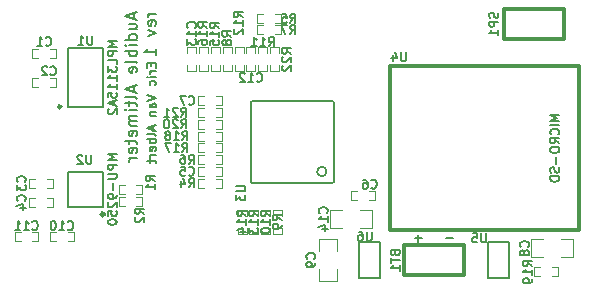
<source format=gbo>
G04 (created by PCBNEW (2013-mar-13)-testing) date Mon 25 May 2015 11:56:23 PM EDT*
%MOIN*%
G04 Gerber Fmt 3.4, Leading zero omitted, Abs format*
%FSLAX34Y34*%
G01*
G70*
G90*
G04 APERTURE LIST*
%ADD10C,0.005906*%
%ADD11C,0.005118*%
%ADD12C,0.007874*%
%ADD13C,0.011811*%
%ADD14C,0.003900*%
%ADD15C,0.005000*%
%ADD16C,0.012000*%
%ADD17C,0.002800*%
%ADD18C,0.008000*%
G04 APERTURE END LIST*
G54D10*
G54D11*
X32695Y-45602D02*
X32695Y-45702D01*
X32852Y-45745D02*
X32852Y-45602D01*
X32552Y-45602D01*
X32552Y-45745D01*
X32852Y-45874D02*
X32652Y-45874D01*
X32709Y-45874D02*
X32680Y-45888D01*
X32666Y-45902D01*
X32652Y-45931D01*
X32652Y-45960D01*
X32852Y-46060D02*
X32652Y-46060D01*
X32552Y-46060D02*
X32566Y-46045D01*
X32580Y-46060D01*
X32566Y-46074D01*
X32552Y-46060D01*
X32580Y-46060D01*
X32837Y-46331D02*
X32852Y-46302D01*
X32852Y-46245D01*
X32837Y-46217D01*
X32823Y-46202D01*
X32795Y-46188D01*
X32709Y-46188D01*
X32680Y-46202D01*
X32666Y-46217D01*
X32652Y-46245D01*
X32652Y-46302D01*
X32666Y-46331D01*
X32552Y-46645D02*
X32852Y-46745D01*
X32552Y-46845D01*
X32852Y-47074D02*
X32695Y-47074D01*
X32666Y-47060D01*
X32652Y-47031D01*
X32652Y-46974D01*
X32666Y-46945D01*
X32837Y-47074D02*
X32852Y-47045D01*
X32852Y-46974D01*
X32837Y-46945D01*
X32809Y-46931D01*
X32780Y-46931D01*
X32752Y-46945D01*
X32737Y-46974D01*
X32737Y-47045D01*
X32723Y-47074D01*
X32652Y-47217D02*
X32852Y-47217D01*
X32680Y-47217D02*
X32666Y-47231D01*
X32652Y-47260D01*
X32652Y-47302D01*
X32666Y-47331D01*
X32695Y-47345D01*
X32852Y-47345D01*
X32766Y-47702D02*
X32766Y-47845D01*
X32852Y-47674D02*
X32552Y-47774D01*
X32852Y-47874D01*
X32852Y-48017D02*
X32837Y-47988D01*
X32809Y-47974D01*
X32552Y-47974D01*
X32852Y-48131D02*
X32552Y-48131D01*
X32666Y-48131D02*
X32652Y-48160D01*
X32652Y-48217D01*
X32666Y-48245D01*
X32680Y-48260D01*
X32709Y-48274D01*
X32795Y-48274D01*
X32823Y-48260D01*
X32837Y-48245D01*
X32852Y-48217D01*
X32852Y-48160D01*
X32837Y-48131D01*
X32837Y-48517D02*
X32852Y-48488D01*
X32852Y-48431D01*
X32837Y-48402D01*
X32809Y-48388D01*
X32695Y-48388D01*
X32666Y-48402D01*
X32652Y-48431D01*
X32652Y-48488D01*
X32666Y-48517D01*
X32695Y-48531D01*
X32723Y-48531D01*
X32752Y-48388D01*
X32852Y-48660D02*
X32652Y-48660D01*
X32709Y-48660D02*
X32680Y-48674D01*
X32666Y-48688D01*
X32652Y-48717D01*
X32652Y-48745D01*
X32652Y-48802D02*
X32652Y-48917D01*
X32552Y-48845D02*
X32809Y-48845D01*
X32837Y-48860D01*
X32852Y-48888D01*
X32852Y-48917D01*
G54D12*
X32112Y-43933D02*
X32112Y-44120D01*
X32225Y-43895D02*
X31831Y-44026D01*
X32225Y-44158D01*
X31962Y-44458D02*
X32225Y-44458D01*
X31962Y-44289D02*
X32169Y-44289D01*
X32206Y-44308D01*
X32225Y-44345D01*
X32225Y-44401D01*
X32206Y-44439D01*
X32187Y-44458D01*
X32225Y-44814D02*
X31831Y-44814D01*
X32206Y-44814D02*
X32225Y-44776D01*
X32225Y-44701D01*
X32206Y-44664D01*
X32187Y-44645D01*
X32150Y-44626D01*
X32037Y-44626D01*
X32000Y-44645D01*
X31981Y-44664D01*
X31962Y-44701D01*
X31962Y-44776D01*
X31981Y-44814D01*
X32225Y-45001D02*
X31962Y-45001D01*
X31831Y-45001D02*
X31850Y-44983D01*
X31869Y-45001D01*
X31850Y-45020D01*
X31831Y-45001D01*
X31869Y-45001D01*
X32225Y-45189D02*
X31831Y-45189D01*
X31981Y-45189D02*
X31962Y-45226D01*
X31962Y-45301D01*
X31981Y-45339D01*
X32000Y-45358D01*
X32037Y-45376D01*
X32150Y-45376D01*
X32187Y-45358D01*
X32206Y-45339D01*
X32225Y-45301D01*
X32225Y-45226D01*
X32206Y-45189D01*
X32225Y-45601D02*
X32206Y-45564D01*
X32169Y-45545D01*
X31831Y-45545D01*
X32206Y-45901D02*
X32225Y-45864D01*
X32225Y-45789D01*
X32206Y-45751D01*
X32169Y-45733D01*
X32019Y-45733D01*
X31981Y-45751D01*
X31962Y-45789D01*
X31962Y-45864D01*
X31981Y-45901D01*
X32019Y-45920D01*
X32056Y-45920D01*
X32094Y-45733D01*
X32112Y-46370D02*
X32112Y-46557D01*
X32225Y-46332D02*
X31831Y-46464D01*
X32225Y-46595D01*
X32225Y-46782D02*
X32206Y-46745D01*
X32169Y-46726D01*
X31831Y-46726D01*
X31962Y-46876D02*
X31962Y-47026D01*
X31831Y-46932D02*
X32169Y-46932D01*
X32206Y-46951D01*
X32225Y-46989D01*
X32225Y-47026D01*
X32225Y-47157D02*
X31962Y-47157D01*
X31831Y-47157D02*
X31850Y-47139D01*
X31869Y-47157D01*
X31850Y-47176D01*
X31831Y-47157D01*
X31869Y-47157D01*
X32225Y-47345D02*
X31962Y-47345D01*
X32000Y-47345D02*
X31981Y-47364D01*
X31962Y-47401D01*
X31962Y-47457D01*
X31981Y-47495D01*
X32019Y-47514D01*
X32225Y-47514D01*
X32019Y-47514D02*
X31981Y-47532D01*
X31962Y-47570D01*
X31962Y-47626D01*
X31981Y-47664D01*
X32019Y-47682D01*
X32225Y-47682D01*
X32206Y-48020D02*
X32225Y-47982D01*
X32225Y-47907D01*
X32206Y-47870D01*
X32169Y-47851D01*
X32019Y-47851D01*
X31981Y-47870D01*
X31962Y-47907D01*
X31962Y-47982D01*
X31981Y-48020D01*
X32019Y-48038D01*
X32056Y-48038D01*
X32094Y-47851D01*
X31962Y-48151D02*
X31962Y-48301D01*
X31831Y-48207D02*
X32169Y-48207D01*
X32206Y-48226D01*
X32225Y-48263D01*
X32225Y-48301D01*
X32206Y-48582D02*
X32225Y-48545D01*
X32225Y-48470D01*
X32206Y-48432D01*
X32169Y-48413D01*
X32019Y-48413D01*
X31981Y-48432D01*
X31962Y-48470D01*
X31962Y-48545D01*
X31981Y-48582D01*
X32019Y-48601D01*
X32056Y-48601D01*
X32094Y-48413D01*
X32225Y-48770D02*
X31962Y-48770D01*
X32037Y-48770D02*
X32000Y-48788D01*
X31981Y-48807D01*
X31962Y-48845D01*
X31962Y-48882D01*
X32855Y-43952D02*
X32592Y-43952D01*
X32667Y-43952D02*
X32630Y-43970D01*
X32611Y-43989D01*
X32592Y-44026D01*
X32592Y-44064D01*
X32836Y-44345D02*
X32855Y-44308D01*
X32855Y-44233D01*
X32836Y-44195D01*
X32799Y-44176D01*
X32649Y-44176D01*
X32611Y-44195D01*
X32592Y-44233D01*
X32592Y-44308D01*
X32611Y-44345D01*
X32649Y-44364D01*
X32686Y-44364D01*
X32724Y-44176D01*
X32592Y-44495D02*
X32855Y-44589D01*
X32592Y-44683D01*
X32855Y-45339D02*
X32855Y-45114D01*
X32855Y-45226D02*
X32461Y-45226D01*
X32517Y-45189D01*
X32555Y-45151D01*
X32574Y-45114D01*
G54D11*
X42752Y-51438D02*
X42523Y-51438D01*
X41708Y-51438D02*
X41480Y-51438D01*
X41594Y-51553D02*
X41594Y-51324D01*
G54D13*
X29685Y-47047D02*
G75*
G03X29685Y-47047I-39J0D01*
G74*
G01*
G54D10*
X29921Y-47047D02*
X31102Y-47047D01*
X31102Y-47047D02*
X31102Y-45078D01*
X31102Y-45078D02*
X29921Y-45078D01*
X29921Y-45078D02*
X29921Y-47047D01*
G54D14*
X39668Y-51087D02*
X40068Y-51087D01*
X40068Y-51087D02*
X40068Y-50487D01*
X40068Y-50487D02*
X39668Y-50487D01*
X39071Y-50487D02*
X38671Y-50487D01*
X38671Y-50487D02*
X38671Y-51087D01*
X38671Y-51087D02*
X39071Y-51087D01*
X38882Y-51866D02*
X38882Y-51466D01*
X38882Y-51466D02*
X38282Y-51466D01*
X38282Y-51466D02*
X38282Y-51866D01*
X38282Y-52463D02*
X38282Y-52863D01*
X38282Y-52863D02*
X38882Y-52863D01*
X38882Y-52863D02*
X38882Y-52463D01*
X45764Y-51471D02*
X45364Y-51471D01*
X45364Y-51471D02*
X45364Y-52071D01*
X45364Y-52071D02*
X45764Y-52071D01*
X46361Y-52071D02*
X46761Y-52071D01*
X46761Y-52071D02*
X46761Y-51471D01*
X46761Y-51471D02*
X46361Y-51471D01*
G54D15*
X44641Y-51565D02*
X43941Y-51565D01*
X43941Y-51565D02*
X43941Y-52765D01*
X43941Y-52765D02*
X44641Y-52765D01*
X44641Y-52765D02*
X44641Y-51565D01*
X39610Y-52765D02*
X40310Y-52765D01*
X40310Y-52765D02*
X40310Y-51565D01*
X40310Y-51565D02*
X39610Y-51565D01*
X39610Y-51565D02*
X39610Y-52765D01*
G54D16*
X44472Y-43791D02*
X44472Y-44791D01*
X44472Y-44791D02*
X46472Y-44791D01*
X46472Y-44791D02*
X46472Y-43791D01*
X46472Y-43791D02*
X44472Y-43791D01*
G54D13*
X40649Y-45698D02*
X40649Y-51151D01*
X40649Y-51151D02*
X46948Y-51151D01*
X46948Y-51151D02*
X46948Y-45698D01*
X46948Y-45698D02*
X40649Y-45698D01*
G54D16*
X41125Y-51665D02*
X41125Y-52665D01*
X41125Y-52665D02*
X43125Y-52665D01*
X43125Y-52665D02*
X43125Y-51665D01*
X43125Y-51665D02*
X41125Y-51665D01*
G54D17*
X29332Y-45125D02*
X29532Y-45125D01*
X29532Y-45125D02*
X29532Y-45425D01*
X29532Y-45425D02*
X29332Y-45425D01*
X28935Y-45125D02*
X28735Y-45125D01*
X28735Y-45125D02*
X28735Y-45425D01*
X28735Y-45425D02*
X28935Y-45425D01*
X29332Y-46109D02*
X29532Y-46109D01*
X29532Y-46109D02*
X29532Y-46409D01*
X29532Y-46409D02*
X29332Y-46409D01*
X28935Y-46109D02*
X28735Y-46109D01*
X28735Y-46109D02*
X28735Y-46409D01*
X28735Y-46409D02*
X28935Y-46409D01*
X29214Y-49456D02*
X29414Y-49456D01*
X29414Y-49456D02*
X29414Y-49756D01*
X29414Y-49756D02*
X29214Y-49756D01*
X28817Y-49456D02*
X28617Y-49456D01*
X28617Y-49456D02*
X28617Y-49756D01*
X28617Y-49756D02*
X28817Y-49756D01*
X29214Y-50086D02*
X29414Y-50086D01*
X29414Y-50086D02*
X29414Y-50386D01*
X29414Y-50386D02*
X29214Y-50386D01*
X28817Y-50086D02*
X28617Y-50086D01*
X28617Y-50086D02*
X28617Y-50386D01*
X28617Y-50386D02*
X28817Y-50386D01*
X34844Y-49062D02*
X35044Y-49062D01*
X35044Y-49062D02*
X35044Y-49362D01*
X35044Y-49362D02*
X34844Y-49362D01*
X34447Y-49062D02*
X34247Y-49062D01*
X34247Y-49062D02*
X34247Y-49362D01*
X34247Y-49362D02*
X34447Y-49362D01*
X39565Y-50150D02*
X39365Y-50150D01*
X39365Y-50150D02*
X39365Y-49850D01*
X39365Y-49850D02*
X39565Y-49850D01*
X39962Y-50150D02*
X40162Y-50150D01*
X40162Y-50150D02*
X40162Y-49850D01*
X40162Y-49850D02*
X39962Y-49850D01*
X34447Y-47000D02*
X34247Y-47000D01*
X34247Y-47000D02*
X34247Y-46700D01*
X34247Y-46700D02*
X34447Y-46700D01*
X34844Y-47000D02*
X35044Y-47000D01*
X35044Y-47000D02*
X35044Y-46700D01*
X35044Y-46700D02*
X34844Y-46700D01*
X29922Y-51227D02*
X30122Y-51227D01*
X30122Y-51227D02*
X30122Y-51527D01*
X30122Y-51527D02*
X29922Y-51527D01*
X29525Y-51227D02*
X29325Y-51227D01*
X29325Y-51227D02*
X29325Y-51527D01*
X29325Y-51527D02*
X29525Y-51527D01*
X28344Y-51527D02*
X28144Y-51527D01*
X28144Y-51527D02*
X28144Y-51227D01*
X28144Y-51227D02*
X28344Y-51227D01*
X28741Y-51527D02*
X28941Y-51527D01*
X28941Y-51527D02*
X28941Y-51227D01*
X28941Y-51227D02*
X28741Y-51227D01*
X36173Y-45670D02*
X36173Y-45870D01*
X36173Y-45870D02*
X35873Y-45870D01*
X35873Y-45870D02*
X35873Y-45670D01*
X36173Y-45274D02*
X36173Y-45074D01*
X36173Y-45074D02*
X35873Y-45074D01*
X35873Y-45074D02*
X35873Y-45274D01*
X34205Y-45670D02*
X34205Y-45870D01*
X34205Y-45870D02*
X33905Y-45870D01*
X33905Y-45870D02*
X33905Y-45670D01*
X34205Y-45274D02*
X34205Y-45074D01*
X34205Y-45074D02*
X33905Y-45074D01*
X33905Y-45074D02*
X33905Y-45274D01*
X32206Y-49653D02*
X32406Y-49653D01*
X32406Y-49653D02*
X32406Y-49953D01*
X32406Y-49953D02*
X32206Y-49953D01*
X31809Y-49653D02*
X31609Y-49653D01*
X31609Y-49653D02*
X31609Y-49953D01*
X31609Y-49953D02*
X31809Y-49953D01*
X32206Y-50046D02*
X32406Y-50046D01*
X32406Y-50046D02*
X32406Y-50346D01*
X32406Y-50346D02*
X32206Y-50346D01*
X31809Y-50046D02*
X31609Y-50046D01*
X31609Y-50046D02*
X31609Y-50346D01*
X31609Y-50346D02*
X31809Y-50346D01*
X34447Y-49756D02*
X34247Y-49756D01*
X34247Y-49756D02*
X34247Y-49456D01*
X34247Y-49456D02*
X34447Y-49456D01*
X34844Y-49756D02*
X35044Y-49756D01*
X35044Y-49756D02*
X35044Y-49456D01*
X35044Y-49456D02*
X34844Y-49456D01*
X36812Y-43944D02*
X37012Y-43944D01*
X37012Y-43944D02*
X37012Y-44244D01*
X37012Y-44244D02*
X36812Y-44244D01*
X36415Y-43944D02*
X36215Y-43944D01*
X36215Y-43944D02*
X36215Y-44244D01*
X36215Y-44244D02*
X36415Y-44244D01*
X34447Y-48968D02*
X34247Y-48968D01*
X34247Y-48968D02*
X34247Y-48668D01*
X34247Y-48668D02*
X34447Y-48668D01*
X34844Y-48968D02*
X35044Y-48968D01*
X35044Y-48968D02*
X35044Y-48668D01*
X35044Y-48668D02*
X34844Y-48668D01*
X36812Y-44338D02*
X37012Y-44338D01*
X37012Y-44338D02*
X37012Y-44638D01*
X37012Y-44638D02*
X36812Y-44638D01*
X36415Y-44338D02*
X36215Y-44338D01*
X36215Y-44338D02*
X36215Y-44638D01*
X36215Y-44638D02*
X36415Y-44638D01*
X35086Y-45274D02*
X35086Y-45074D01*
X35086Y-45074D02*
X35386Y-45074D01*
X35386Y-45074D02*
X35386Y-45274D01*
X35086Y-45670D02*
X35086Y-45870D01*
X35086Y-45870D02*
X35386Y-45870D01*
X35386Y-45870D02*
X35386Y-45670D01*
X36759Y-50687D02*
X36759Y-50487D01*
X36759Y-50487D02*
X37059Y-50487D01*
X37059Y-50487D02*
X37059Y-50687D01*
X36759Y-51084D02*
X36759Y-51284D01*
X36759Y-51284D02*
X37059Y-51284D01*
X37059Y-51284D02*
X37059Y-51084D01*
X36365Y-50687D02*
X36365Y-50487D01*
X36365Y-50487D02*
X36665Y-50487D01*
X36665Y-50487D02*
X36665Y-50687D01*
X36365Y-51084D02*
X36365Y-51284D01*
X36365Y-51284D02*
X36665Y-51284D01*
X36665Y-51284D02*
X36665Y-51084D01*
X36267Y-45274D02*
X36267Y-45074D01*
X36267Y-45074D02*
X36567Y-45074D01*
X36567Y-45074D02*
X36567Y-45274D01*
X36267Y-45670D02*
X36267Y-45870D01*
X36267Y-45870D02*
X36567Y-45870D01*
X36567Y-45870D02*
X36567Y-45670D01*
X35479Y-45274D02*
X35479Y-45074D01*
X35479Y-45074D02*
X35779Y-45074D01*
X35779Y-45074D02*
X35779Y-45274D01*
X35479Y-45670D02*
X35479Y-45870D01*
X35479Y-45870D02*
X35779Y-45870D01*
X35779Y-45870D02*
X35779Y-45670D01*
X35972Y-50687D02*
X35972Y-50487D01*
X35972Y-50487D02*
X36272Y-50487D01*
X36272Y-50487D02*
X36272Y-50687D01*
X35972Y-51084D02*
X35972Y-51284D01*
X35972Y-51284D02*
X36272Y-51284D01*
X36272Y-51284D02*
X36272Y-51084D01*
X35578Y-50687D02*
X35578Y-50487D01*
X35578Y-50487D02*
X35878Y-50487D01*
X35878Y-50487D02*
X35878Y-50687D01*
X35578Y-51084D02*
X35578Y-51284D01*
X35578Y-51284D02*
X35878Y-51284D01*
X35878Y-51284D02*
X35878Y-51084D01*
X34692Y-45274D02*
X34692Y-45074D01*
X34692Y-45074D02*
X34992Y-45074D01*
X34992Y-45074D02*
X34992Y-45274D01*
X34692Y-45670D02*
X34692Y-45870D01*
X34692Y-45870D02*
X34992Y-45870D01*
X34992Y-45870D02*
X34992Y-45670D01*
X34298Y-45274D02*
X34298Y-45074D01*
X34298Y-45074D02*
X34598Y-45074D01*
X34598Y-45074D02*
X34598Y-45274D01*
X34298Y-45670D02*
X34298Y-45870D01*
X34298Y-45870D02*
X34598Y-45870D01*
X34598Y-45870D02*
X34598Y-45670D01*
X34844Y-48275D02*
X35044Y-48275D01*
X35044Y-48275D02*
X35044Y-48575D01*
X35044Y-48575D02*
X34844Y-48575D01*
X34447Y-48275D02*
X34247Y-48275D01*
X34247Y-48275D02*
X34247Y-48575D01*
X34247Y-48575D02*
X34447Y-48575D01*
X34844Y-47881D02*
X35044Y-47881D01*
X35044Y-47881D02*
X35044Y-48181D01*
X35044Y-48181D02*
X34844Y-48181D01*
X34447Y-47881D02*
X34247Y-47881D01*
X34247Y-47881D02*
X34247Y-48181D01*
X34247Y-48181D02*
X34447Y-48181D01*
X45667Y-52709D02*
X45467Y-52709D01*
X45467Y-52709D02*
X45467Y-52409D01*
X45467Y-52409D02*
X45667Y-52409D01*
X46064Y-52709D02*
X46264Y-52709D01*
X46264Y-52709D02*
X46264Y-52409D01*
X46264Y-52409D02*
X46064Y-52409D01*
X34844Y-47487D02*
X35044Y-47487D01*
X35044Y-47487D02*
X35044Y-47787D01*
X35044Y-47787D02*
X34844Y-47787D01*
X34447Y-47487D02*
X34247Y-47487D01*
X34247Y-47487D02*
X34247Y-47787D01*
X34247Y-47787D02*
X34447Y-47787D01*
X34844Y-47094D02*
X35044Y-47094D01*
X35044Y-47094D02*
X35044Y-47394D01*
X35044Y-47394D02*
X34844Y-47394D01*
X34447Y-47094D02*
X34247Y-47094D01*
X34247Y-47094D02*
X34247Y-47394D01*
X34247Y-47394D02*
X34447Y-47394D01*
G54D18*
X36023Y-49567D02*
X36062Y-49606D01*
X38542Y-49212D02*
G75*
G03X38542Y-49212I-157J0D01*
G74*
G01*
X36062Y-49606D02*
X38740Y-49606D01*
X38740Y-49606D02*
X38779Y-49567D01*
X38779Y-49567D02*
X38779Y-46889D01*
X38779Y-46889D02*
X38740Y-46850D01*
X38740Y-46850D02*
X36062Y-46850D01*
X36062Y-46850D02*
X36023Y-46889D01*
X36023Y-46889D02*
X36023Y-49567D01*
G54D13*
X31138Y-50629D02*
G75*
G03X31138Y-50629I-55J0D01*
G74*
G01*
G54D10*
X31102Y-49212D02*
X29921Y-49212D01*
X29921Y-49212D02*
X29921Y-50393D01*
X29921Y-50393D02*
X31102Y-50393D01*
X31102Y-50393D02*
X31102Y-49212D01*
G54D17*
X36961Y-45670D02*
X36961Y-45870D01*
X36961Y-45870D02*
X36661Y-45870D01*
X36661Y-45870D02*
X36661Y-45670D01*
X36961Y-45274D02*
X36961Y-45074D01*
X36961Y-45074D02*
X36661Y-45074D01*
X36661Y-45074D02*
X36661Y-45274D01*
G54D11*
X30740Y-44678D02*
X30740Y-44921D01*
X30726Y-44949D01*
X30711Y-44963D01*
X30683Y-44978D01*
X30626Y-44978D01*
X30597Y-44963D01*
X30583Y-44949D01*
X30568Y-44921D01*
X30568Y-44678D01*
X30268Y-44978D02*
X30440Y-44978D01*
X30354Y-44978D02*
X30354Y-44678D01*
X30383Y-44721D01*
X30411Y-44749D01*
X30440Y-44763D01*
X31553Y-44848D02*
X31253Y-44848D01*
X31467Y-44948D01*
X31253Y-45048D01*
X31553Y-45048D01*
X31553Y-45191D02*
X31253Y-45191D01*
X31253Y-45305D01*
X31267Y-45334D01*
X31281Y-45348D01*
X31310Y-45362D01*
X31353Y-45362D01*
X31381Y-45348D01*
X31395Y-45334D01*
X31410Y-45305D01*
X31410Y-45191D01*
X31553Y-45634D02*
X31553Y-45491D01*
X31253Y-45491D01*
X31253Y-45705D02*
X31253Y-45891D01*
X31367Y-45791D01*
X31367Y-45834D01*
X31381Y-45862D01*
X31395Y-45877D01*
X31424Y-45891D01*
X31495Y-45891D01*
X31524Y-45877D01*
X31538Y-45862D01*
X31553Y-45834D01*
X31553Y-45748D01*
X31538Y-45720D01*
X31524Y-45705D01*
X31553Y-46177D02*
X31553Y-46005D01*
X31553Y-46091D02*
X31253Y-46091D01*
X31295Y-46062D01*
X31324Y-46034D01*
X31338Y-46005D01*
X31553Y-46462D02*
X31553Y-46291D01*
X31553Y-46377D02*
X31253Y-46377D01*
X31295Y-46348D01*
X31324Y-46320D01*
X31338Y-46291D01*
X31253Y-46734D02*
X31253Y-46591D01*
X31395Y-46577D01*
X31381Y-46591D01*
X31367Y-46620D01*
X31367Y-46691D01*
X31381Y-46720D01*
X31395Y-46734D01*
X31424Y-46748D01*
X31495Y-46748D01*
X31524Y-46734D01*
X31538Y-46720D01*
X31553Y-46691D01*
X31553Y-46620D01*
X31538Y-46591D01*
X31524Y-46577D01*
X31467Y-46862D02*
X31467Y-47005D01*
X31553Y-46834D02*
X31253Y-46934D01*
X31553Y-47034D01*
X31281Y-47120D02*
X31267Y-47134D01*
X31253Y-47162D01*
X31253Y-47234D01*
X31267Y-47262D01*
X31281Y-47277D01*
X31310Y-47291D01*
X31338Y-47291D01*
X31381Y-47277D01*
X31553Y-47105D01*
X31553Y-47291D01*
X38552Y-50594D02*
X38566Y-50580D01*
X38580Y-50537D01*
X38580Y-50508D01*
X38566Y-50465D01*
X38537Y-50437D01*
X38509Y-50423D01*
X38452Y-50408D01*
X38409Y-50408D01*
X38352Y-50423D01*
X38323Y-50437D01*
X38294Y-50465D01*
X38280Y-50508D01*
X38280Y-50537D01*
X38294Y-50580D01*
X38309Y-50594D01*
X38580Y-50880D02*
X38580Y-50708D01*
X38580Y-50794D02*
X38280Y-50794D01*
X38323Y-50765D01*
X38352Y-50737D01*
X38366Y-50708D01*
X38380Y-51137D02*
X38580Y-51137D01*
X38266Y-51065D02*
X38480Y-50994D01*
X38480Y-51180D01*
X38138Y-52115D02*
X38152Y-52101D01*
X38167Y-52058D01*
X38167Y-52029D01*
X38152Y-51986D01*
X38124Y-51958D01*
X38095Y-51943D01*
X38038Y-51929D01*
X37995Y-51929D01*
X37938Y-51943D01*
X37910Y-51958D01*
X37881Y-51986D01*
X37867Y-52029D01*
X37867Y-52058D01*
X37881Y-52101D01*
X37895Y-52115D01*
X38167Y-52258D02*
X38167Y-52315D01*
X38152Y-52343D01*
X38138Y-52358D01*
X38095Y-52386D01*
X38038Y-52401D01*
X37924Y-52401D01*
X37895Y-52386D01*
X37881Y-52372D01*
X37867Y-52343D01*
X37867Y-52286D01*
X37881Y-52258D01*
X37895Y-52243D01*
X37924Y-52229D01*
X37995Y-52229D01*
X38024Y-52243D01*
X38038Y-52258D01*
X38052Y-52286D01*
X38052Y-52343D01*
X38038Y-52372D01*
X38024Y-52386D01*
X37995Y-52401D01*
X45264Y-51721D02*
X45278Y-51707D01*
X45293Y-51664D01*
X45293Y-51635D01*
X45278Y-51593D01*
X45250Y-51564D01*
X45221Y-51550D01*
X45164Y-51535D01*
X45121Y-51535D01*
X45064Y-51550D01*
X45036Y-51564D01*
X45007Y-51593D01*
X44993Y-51635D01*
X44993Y-51664D01*
X45007Y-51707D01*
X45021Y-51721D01*
X45121Y-51893D02*
X45107Y-51864D01*
X45093Y-51850D01*
X45064Y-51835D01*
X45050Y-51835D01*
X45021Y-51850D01*
X45007Y-51864D01*
X44993Y-51893D01*
X44993Y-51950D01*
X45007Y-51978D01*
X45021Y-51993D01*
X45050Y-52007D01*
X45064Y-52007D01*
X45093Y-51993D01*
X45107Y-51978D01*
X45121Y-51950D01*
X45121Y-51893D01*
X45136Y-51864D01*
X45150Y-51850D01*
X45178Y-51835D01*
X45236Y-51835D01*
X45264Y-51850D01*
X45278Y-51864D01*
X45293Y-51893D01*
X45293Y-51950D01*
X45278Y-51978D01*
X45264Y-51993D01*
X45236Y-52007D01*
X45178Y-52007D01*
X45150Y-51993D01*
X45136Y-51978D01*
X45121Y-51950D01*
X43870Y-51272D02*
X43870Y-51515D01*
X43856Y-51544D01*
X43841Y-51558D01*
X43813Y-51572D01*
X43756Y-51572D01*
X43727Y-51558D01*
X43713Y-51544D01*
X43698Y-51515D01*
X43698Y-51272D01*
X43413Y-51272D02*
X43556Y-51272D01*
X43570Y-51415D01*
X43556Y-51401D01*
X43527Y-51387D01*
X43456Y-51387D01*
X43427Y-51401D01*
X43413Y-51415D01*
X43398Y-51444D01*
X43398Y-51515D01*
X43413Y-51544D01*
X43427Y-51558D01*
X43456Y-51572D01*
X43527Y-51572D01*
X43556Y-51558D01*
X43570Y-51544D01*
X40051Y-51213D02*
X40051Y-51456D01*
X40037Y-51485D01*
X40022Y-51499D01*
X39994Y-51513D01*
X39937Y-51513D01*
X39908Y-51499D01*
X39894Y-51485D01*
X39879Y-51456D01*
X39879Y-51213D01*
X39608Y-51213D02*
X39665Y-51213D01*
X39694Y-51227D01*
X39708Y-51242D01*
X39737Y-51285D01*
X39751Y-51342D01*
X39751Y-51456D01*
X39737Y-51485D01*
X39722Y-51499D01*
X39694Y-51513D01*
X39637Y-51513D01*
X39608Y-51499D01*
X39594Y-51485D01*
X39579Y-51456D01*
X39579Y-51385D01*
X39594Y-51356D01*
X39608Y-51342D01*
X39637Y-51327D01*
X39694Y-51327D01*
X39722Y-51342D01*
X39737Y-51356D01*
X39751Y-51385D01*
X44255Y-43912D02*
X44269Y-43955D01*
X44269Y-44027D01*
X44255Y-44055D01*
X44241Y-44069D01*
X44212Y-44084D01*
X44183Y-44084D01*
X44155Y-44069D01*
X44141Y-44055D01*
X44126Y-44027D01*
X44112Y-43969D01*
X44098Y-43941D01*
X44083Y-43927D01*
X44055Y-43912D01*
X44026Y-43912D01*
X43998Y-43927D01*
X43983Y-43941D01*
X43969Y-43969D01*
X43969Y-44041D01*
X43983Y-44084D01*
X44269Y-44212D02*
X43969Y-44212D01*
X43969Y-44327D01*
X43983Y-44355D01*
X43998Y-44369D01*
X44026Y-44384D01*
X44069Y-44384D01*
X44098Y-44369D01*
X44112Y-44355D01*
X44126Y-44327D01*
X44126Y-44212D01*
X44269Y-44669D02*
X44269Y-44498D01*
X44269Y-44584D02*
X43969Y-44584D01*
X44012Y-44555D01*
X44041Y-44527D01*
X44055Y-44498D01*
X41193Y-45229D02*
X41193Y-45472D01*
X41178Y-45500D01*
X41164Y-45515D01*
X41135Y-45529D01*
X41078Y-45529D01*
X41050Y-45515D01*
X41035Y-45500D01*
X41021Y-45472D01*
X41021Y-45229D01*
X40750Y-45329D02*
X40750Y-45529D01*
X40821Y-45215D02*
X40893Y-45429D01*
X40707Y-45429D01*
X46297Y-47318D02*
X45997Y-47318D01*
X46211Y-47418D01*
X45997Y-47518D01*
X46297Y-47518D01*
X46297Y-47660D02*
X45997Y-47660D01*
X46268Y-47975D02*
X46282Y-47960D01*
X46297Y-47918D01*
X46297Y-47889D01*
X46282Y-47846D01*
X46254Y-47818D01*
X46225Y-47803D01*
X46168Y-47789D01*
X46125Y-47789D01*
X46068Y-47803D01*
X46039Y-47818D01*
X46011Y-47846D01*
X45997Y-47889D01*
X45997Y-47918D01*
X46011Y-47960D01*
X46025Y-47975D01*
X46297Y-48275D02*
X46154Y-48175D01*
X46297Y-48103D02*
X45997Y-48103D01*
X45997Y-48218D01*
X46011Y-48246D01*
X46025Y-48260D01*
X46054Y-48275D01*
X46097Y-48275D01*
X46125Y-48260D01*
X46139Y-48246D01*
X46154Y-48218D01*
X46154Y-48103D01*
X45997Y-48460D02*
X45997Y-48518D01*
X46011Y-48546D01*
X46039Y-48575D01*
X46097Y-48589D01*
X46197Y-48589D01*
X46254Y-48575D01*
X46282Y-48546D01*
X46297Y-48518D01*
X46297Y-48460D01*
X46282Y-48432D01*
X46254Y-48403D01*
X46197Y-48389D01*
X46097Y-48389D01*
X46039Y-48403D01*
X46011Y-48432D01*
X45997Y-48460D01*
X46182Y-48718D02*
X46182Y-48946D01*
X46282Y-49075D02*
X46297Y-49118D01*
X46297Y-49189D01*
X46282Y-49218D01*
X46268Y-49232D01*
X46239Y-49246D01*
X46211Y-49246D01*
X46182Y-49232D01*
X46168Y-49218D01*
X46154Y-49189D01*
X46139Y-49132D01*
X46125Y-49103D01*
X46111Y-49089D01*
X46082Y-49075D01*
X46054Y-49075D01*
X46025Y-49089D01*
X46011Y-49103D01*
X45997Y-49132D01*
X45997Y-49203D01*
X46011Y-49246D01*
X46297Y-49375D02*
X45997Y-49375D01*
X45997Y-49446D01*
X46011Y-49489D01*
X46039Y-49518D01*
X46068Y-49532D01*
X46125Y-49546D01*
X46168Y-49546D01*
X46225Y-49532D01*
X46254Y-49518D01*
X46282Y-49489D01*
X46297Y-49446D01*
X46297Y-49375D01*
X40825Y-51929D02*
X40839Y-51972D01*
X40853Y-51986D01*
X40882Y-52001D01*
X40925Y-52001D01*
X40953Y-51986D01*
X40967Y-51972D01*
X40982Y-51943D01*
X40982Y-51829D01*
X40682Y-51829D01*
X40682Y-51929D01*
X40696Y-51958D01*
X40710Y-51972D01*
X40739Y-51986D01*
X40767Y-51986D01*
X40796Y-51972D01*
X40810Y-51958D01*
X40825Y-51929D01*
X40825Y-51829D01*
X40682Y-52086D02*
X40682Y-52258D01*
X40982Y-52172D02*
X40682Y-52172D01*
X40982Y-52515D02*
X40982Y-52343D01*
X40982Y-52429D02*
X40682Y-52429D01*
X40725Y-52401D01*
X40753Y-52372D01*
X40767Y-52343D01*
X29183Y-44989D02*
X29198Y-45003D01*
X29241Y-45017D01*
X29269Y-45017D01*
X29312Y-45003D01*
X29341Y-44974D01*
X29355Y-44946D01*
X29369Y-44889D01*
X29369Y-44846D01*
X29355Y-44789D01*
X29341Y-44760D01*
X29312Y-44731D01*
X29269Y-44717D01*
X29241Y-44717D01*
X29198Y-44731D01*
X29183Y-44746D01*
X28898Y-45017D02*
X29069Y-45017D01*
X28983Y-45017D02*
X28983Y-44717D01*
X29012Y-44760D01*
X29041Y-44789D01*
X29069Y-44803D01*
X29341Y-45973D02*
X29355Y-45987D01*
X29398Y-46001D01*
X29427Y-46001D01*
X29469Y-45987D01*
X29498Y-45958D01*
X29512Y-45930D01*
X29527Y-45873D01*
X29527Y-45830D01*
X29512Y-45773D01*
X29498Y-45744D01*
X29469Y-45716D01*
X29427Y-45701D01*
X29398Y-45701D01*
X29355Y-45716D01*
X29341Y-45730D01*
X29227Y-45730D02*
X29212Y-45716D01*
X29184Y-45701D01*
X29112Y-45701D01*
X29084Y-45716D01*
X29069Y-45730D01*
X29055Y-45758D01*
X29055Y-45787D01*
X29069Y-45830D01*
X29241Y-46001D01*
X29055Y-46001D01*
X28492Y-49556D02*
X28507Y-49542D01*
X28521Y-49499D01*
X28521Y-49470D01*
X28507Y-49427D01*
X28478Y-49399D01*
X28450Y-49384D01*
X28392Y-49370D01*
X28350Y-49370D01*
X28292Y-49384D01*
X28264Y-49399D01*
X28235Y-49427D01*
X28221Y-49470D01*
X28221Y-49499D01*
X28235Y-49542D01*
X28250Y-49556D01*
X28221Y-49656D02*
X28221Y-49842D01*
X28335Y-49742D01*
X28335Y-49784D01*
X28350Y-49813D01*
X28364Y-49827D01*
X28392Y-49842D01*
X28464Y-49842D01*
X28492Y-49827D01*
X28507Y-49813D01*
X28521Y-49784D01*
X28521Y-49699D01*
X28507Y-49670D01*
X28492Y-49656D01*
X28492Y-50186D02*
X28507Y-50171D01*
X28521Y-50129D01*
X28521Y-50100D01*
X28507Y-50057D01*
X28478Y-50029D01*
X28450Y-50014D01*
X28392Y-50000D01*
X28350Y-50000D01*
X28292Y-50014D01*
X28264Y-50029D01*
X28235Y-50057D01*
X28221Y-50100D01*
X28221Y-50129D01*
X28235Y-50171D01*
X28250Y-50186D01*
X28321Y-50443D02*
X28521Y-50443D01*
X28207Y-50371D02*
X28421Y-50300D01*
X28421Y-50486D01*
X33947Y-49319D02*
X33961Y-49334D01*
X34004Y-49348D01*
X34033Y-49348D01*
X34076Y-49334D01*
X34104Y-49305D01*
X34119Y-49276D01*
X34133Y-49219D01*
X34133Y-49176D01*
X34119Y-49119D01*
X34104Y-49091D01*
X34076Y-49062D01*
X34033Y-49048D01*
X34004Y-49048D01*
X33961Y-49062D01*
X33947Y-49076D01*
X33676Y-49048D02*
X33819Y-49048D01*
X33833Y-49191D01*
X33819Y-49176D01*
X33790Y-49162D01*
X33719Y-49162D01*
X33690Y-49176D01*
X33676Y-49191D01*
X33661Y-49219D01*
X33661Y-49291D01*
X33676Y-49319D01*
X33690Y-49334D01*
X33719Y-49348D01*
X33790Y-49348D01*
X33819Y-49334D01*
X33833Y-49319D01*
X40030Y-49752D02*
X40044Y-49767D01*
X40087Y-49781D01*
X40116Y-49781D01*
X40158Y-49767D01*
X40187Y-49738D01*
X40201Y-49709D01*
X40216Y-49652D01*
X40216Y-49609D01*
X40201Y-49552D01*
X40187Y-49524D01*
X40158Y-49495D01*
X40116Y-49481D01*
X40087Y-49481D01*
X40044Y-49495D01*
X40030Y-49509D01*
X39773Y-49481D02*
X39830Y-49481D01*
X39858Y-49495D01*
X39873Y-49509D01*
X39901Y-49552D01*
X39916Y-49609D01*
X39916Y-49724D01*
X39901Y-49752D01*
X39887Y-49767D01*
X39858Y-49781D01*
X39801Y-49781D01*
X39773Y-49767D01*
X39758Y-49752D01*
X39744Y-49724D01*
X39744Y-49652D01*
X39758Y-49624D01*
X39773Y-49609D01*
X39801Y-49595D01*
X39858Y-49595D01*
X39887Y-49609D01*
X39901Y-49624D01*
X39916Y-49652D01*
X33947Y-46957D02*
X33961Y-46971D01*
X34004Y-46986D01*
X34033Y-46986D01*
X34076Y-46971D01*
X34104Y-46943D01*
X34119Y-46914D01*
X34133Y-46857D01*
X34133Y-46814D01*
X34119Y-46757D01*
X34104Y-46728D01*
X34076Y-46700D01*
X34033Y-46686D01*
X34004Y-46686D01*
X33961Y-46700D01*
X33947Y-46714D01*
X33847Y-46686D02*
X33647Y-46686D01*
X33776Y-46986D01*
X29917Y-51130D02*
X29931Y-51145D01*
X29974Y-51159D01*
X30002Y-51159D01*
X30045Y-51145D01*
X30074Y-51116D01*
X30088Y-51087D01*
X30102Y-51030D01*
X30102Y-50987D01*
X30088Y-50930D01*
X30074Y-50902D01*
X30045Y-50873D01*
X30002Y-50859D01*
X29974Y-50859D01*
X29931Y-50873D01*
X29917Y-50887D01*
X29631Y-51159D02*
X29802Y-51159D01*
X29717Y-51159D02*
X29717Y-50859D01*
X29745Y-50902D01*
X29774Y-50930D01*
X29802Y-50945D01*
X29445Y-50859D02*
X29417Y-50859D01*
X29388Y-50873D01*
X29374Y-50887D01*
X29360Y-50916D01*
X29345Y-50973D01*
X29345Y-51045D01*
X29360Y-51102D01*
X29374Y-51130D01*
X29388Y-51145D01*
X29417Y-51159D01*
X29445Y-51159D01*
X29474Y-51145D01*
X29488Y-51130D01*
X29502Y-51102D01*
X29517Y-51045D01*
X29517Y-50973D01*
X29502Y-50916D01*
X29488Y-50887D01*
X29474Y-50873D01*
X29445Y-50859D01*
X28736Y-51130D02*
X28750Y-51145D01*
X28793Y-51159D01*
X28821Y-51159D01*
X28864Y-51145D01*
X28893Y-51116D01*
X28907Y-51087D01*
X28921Y-51030D01*
X28921Y-50987D01*
X28907Y-50930D01*
X28893Y-50902D01*
X28864Y-50873D01*
X28821Y-50859D01*
X28793Y-50859D01*
X28750Y-50873D01*
X28736Y-50887D01*
X28450Y-51159D02*
X28621Y-51159D01*
X28536Y-51159D02*
X28536Y-50859D01*
X28564Y-50902D01*
X28593Y-50930D01*
X28621Y-50945D01*
X28164Y-51159D02*
X28336Y-51159D01*
X28250Y-51159D02*
X28250Y-50859D01*
X28279Y-50902D01*
X28307Y-50930D01*
X28336Y-50945D01*
X36216Y-46189D02*
X36230Y-46204D01*
X36273Y-46218D01*
X36302Y-46218D01*
X36345Y-46204D01*
X36373Y-46175D01*
X36387Y-46146D01*
X36402Y-46089D01*
X36402Y-46046D01*
X36387Y-45989D01*
X36373Y-45961D01*
X36345Y-45932D01*
X36302Y-45918D01*
X36273Y-45918D01*
X36230Y-45932D01*
X36216Y-45946D01*
X35930Y-46218D02*
X36102Y-46218D01*
X36016Y-46218D02*
X36016Y-45918D01*
X36045Y-45961D01*
X36073Y-45989D01*
X36102Y-46004D01*
X35816Y-45946D02*
X35802Y-45932D01*
X35773Y-45918D01*
X35702Y-45918D01*
X35673Y-45932D01*
X35659Y-45946D01*
X35645Y-45975D01*
X35645Y-46004D01*
X35659Y-46046D01*
X35830Y-46218D01*
X35645Y-46218D01*
X34162Y-44413D02*
X34176Y-44399D01*
X34190Y-44356D01*
X34190Y-44327D01*
X34176Y-44284D01*
X34147Y-44256D01*
X34119Y-44242D01*
X34062Y-44227D01*
X34019Y-44227D01*
X33962Y-44242D01*
X33933Y-44256D01*
X33905Y-44284D01*
X33890Y-44327D01*
X33890Y-44356D01*
X33905Y-44399D01*
X33919Y-44413D01*
X34190Y-44699D02*
X34190Y-44527D01*
X34190Y-44613D02*
X33890Y-44613D01*
X33933Y-44584D01*
X33962Y-44556D01*
X33976Y-44527D01*
X33890Y-44799D02*
X33890Y-44984D01*
X34005Y-44884D01*
X34005Y-44927D01*
X34019Y-44956D01*
X34033Y-44970D01*
X34062Y-44984D01*
X34133Y-44984D01*
X34162Y-44970D01*
X34176Y-44956D01*
X34190Y-44927D01*
X34190Y-44842D01*
X34176Y-44813D01*
X34162Y-44799D01*
X32812Y-49516D02*
X32670Y-49416D01*
X32812Y-49345D02*
X32512Y-49345D01*
X32512Y-49459D01*
X32527Y-49488D01*
X32541Y-49502D01*
X32570Y-49516D01*
X32612Y-49516D01*
X32641Y-49502D01*
X32655Y-49488D01*
X32670Y-49459D01*
X32670Y-49345D01*
X32812Y-49802D02*
X32812Y-49631D01*
X32812Y-49716D02*
X32512Y-49716D01*
X32555Y-49688D01*
X32584Y-49659D01*
X32598Y-49631D01*
X32458Y-50619D02*
X32315Y-50519D01*
X32458Y-50447D02*
X32158Y-50447D01*
X32158Y-50562D01*
X32172Y-50590D01*
X32187Y-50605D01*
X32215Y-50619D01*
X32258Y-50619D01*
X32287Y-50605D01*
X32301Y-50590D01*
X32315Y-50562D01*
X32315Y-50447D01*
X32187Y-50733D02*
X32172Y-50747D01*
X32158Y-50776D01*
X32158Y-50847D01*
X32172Y-50876D01*
X32187Y-50890D01*
X32215Y-50905D01*
X32244Y-50905D01*
X32287Y-50890D01*
X32458Y-50719D01*
X32458Y-50905D01*
X33947Y-49742D02*
X34047Y-49599D01*
X34119Y-49742D02*
X34119Y-49442D01*
X34004Y-49442D01*
X33976Y-49456D01*
X33961Y-49470D01*
X33947Y-49499D01*
X33947Y-49542D01*
X33961Y-49570D01*
X33976Y-49584D01*
X34004Y-49599D01*
X34119Y-49599D01*
X33690Y-49542D02*
X33690Y-49742D01*
X33761Y-49427D02*
X33833Y-49642D01*
X33647Y-49642D01*
X37333Y-44249D02*
X37433Y-44107D01*
X37504Y-44249D02*
X37504Y-43949D01*
X37390Y-43949D01*
X37362Y-43964D01*
X37347Y-43978D01*
X37333Y-44007D01*
X37333Y-44049D01*
X37347Y-44078D01*
X37362Y-44092D01*
X37390Y-44107D01*
X37504Y-44107D01*
X37062Y-43949D02*
X37204Y-43949D01*
X37219Y-44092D01*
X37204Y-44078D01*
X37176Y-44064D01*
X37104Y-44064D01*
X37076Y-44078D01*
X37062Y-44092D01*
X37047Y-44121D01*
X37047Y-44192D01*
X37062Y-44221D01*
X37076Y-44235D01*
X37104Y-44249D01*
X37176Y-44249D01*
X37204Y-44235D01*
X37219Y-44221D01*
X33947Y-48954D02*
X34047Y-48811D01*
X34119Y-48954D02*
X34119Y-48654D01*
X34004Y-48654D01*
X33976Y-48668D01*
X33961Y-48683D01*
X33947Y-48711D01*
X33947Y-48754D01*
X33961Y-48783D01*
X33976Y-48797D01*
X34004Y-48811D01*
X34119Y-48811D01*
X33690Y-48654D02*
X33747Y-48654D01*
X33776Y-48668D01*
X33790Y-48683D01*
X33819Y-48726D01*
X33833Y-48783D01*
X33833Y-48897D01*
X33819Y-48926D01*
X33804Y-48940D01*
X33776Y-48954D01*
X33719Y-48954D01*
X33690Y-48940D01*
X33676Y-48926D01*
X33661Y-48897D01*
X33661Y-48826D01*
X33676Y-48797D01*
X33690Y-48783D01*
X33719Y-48768D01*
X33776Y-48768D01*
X33804Y-48783D01*
X33819Y-48797D01*
X33833Y-48826D01*
X37333Y-44623D02*
X37433Y-44481D01*
X37504Y-44623D02*
X37504Y-44323D01*
X37390Y-44323D01*
X37362Y-44338D01*
X37347Y-44352D01*
X37333Y-44381D01*
X37333Y-44423D01*
X37347Y-44452D01*
X37362Y-44466D01*
X37390Y-44481D01*
X37504Y-44481D01*
X37233Y-44323D02*
X37033Y-44323D01*
X37162Y-44623D01*
X35371Y-44713D02*
X35229Y-44613D01*
X35371Y-44542D02*
X35071Y-44542D01*
X35071Y-44656D01*
X35086Y-44685D01*
X35100Y-44699D01*
X35129Y-44713D01*
X35171Y-44713D01*
X35200Y-44699D01*
X35214Y-44685D01*
X35229Y-44656D01*
X35229Y-44542D01*
X35200Y-44885D02*
X35186Y-44856D01*
X35171Y-44842D01*
X35143Y-44828D01*
X35129Y-44828D01*
X35100Y-44842D01*
X35086Y-44856D01*
X35071Y-44885D01*
X35071Y-44942D01*
X35086Y-44970D01*
X35100Y-44985D01*
X35129Y-44999D01*
X35143Y-44999D01*
X35171Y-44985D01*
X35186Y-44970D01*
X35200Y-44942D01*
X35200Y-44885D01*
X35214Y-44856D01*
X35229Y-44842D01*
X35257Y-44828D01*
X35314Y-44828D01*
X35343Y-44842D01*
X35357Y-44856D01*
X35371Y-44885D01*
X35371Y-44942D01*
X35357Y-44970D01*
X35343Y-44985D01*
X35314Y-44999D01*
X35257Y-44999D01*
X35229Y-44985D01*
X35214Y-44970D01*
X35200Y-44942D01*
X37045Y-50835D02*
X36902Y-50735D01*
X37045Y-50664D02*
X36745Y-50664D01*
X36745Y-50778D01*
X36759Y-50807D01*
X36773Y-50821D01*
X36802Y-50835D01*
X36845Y-50835D01*
X36873Y-50821D01*
X36888Y-50807D01*
X36902Y-50778D01*
X36902Y-50664D01*
X37045Y-50978D02*
X37045Y-51035D01*
X37030Y-51064D01*
X37016Y-51078D01*
X36973Y-51107D01*
X36916Y-51121D01*
X36802Y-51121D01*
X36773Y-51107D01*
X36759Y-51092D01*
X36745Y-51064D01*
X36745Y-51007D01*
X36759Y-50978D01*
X36773Y-50964D01*
X36802Y-50950D01*
X36873Y-50950D01*
X36902Y-50964D01*
X36916Y-50978D01*
X36930Y-51007D01*
X36930Y-51064D01*
X36916Y-51092D01*
X36902Y-51107D01*
X36873Y-51121D01*
X36651Y-50692D02*
X36508Y-50592D01*
X36651Y-50521D02*
X36351Y-50521D01*
X36351Y-50635D01*
X36365Y-50664D01*
X36380Y-50678D01*
X36408Y-50692D01*
X36451Y-50692D01*
X36480Y-50678D01*
X36494Y-50664D01*
X36508Y-50635D01*
X36508Y-50521D01*
X36651Y-50978D02*
X36651Y-50807D01*
X36651Y-50892D02*
X36351Y-50892D01*
X36394Y-50864D01*
X36422Y-50835D01*
X36437Y-50807D01*
X36351Y-51164D02*
X36351Y-51192D01*
X36365Y-51221D01*
X36380Y-51235D01*
X36408Y-51250D01*
X36465Y-51264D01*
X36537Y-51264D01*
X36594Y-51250D01*
X36622Y-51235D01*
X36637Y-51221D01*
X36651Y-51192D01*
X36651Y-51164D01*
X36637Y-51135D01*
X36622Y-51121D01*
X36594Y-51107D01*
X36537Y-51092D01*
X36465Y-51092D01*
X36408Y-51107D01*
X36380Y-51121D01*
X36365Y-51135D01*
X36351Y-51164D01*
X36610Y-45037D02*
X36710Y-44894D01*
X36781Y-45037D02*
X36781Y-44737D01*
X36667Y-44737D01*
X36638Y-44751D01*
X36624Y-44765D01*
X36610Y-44794D01*
X36610Y-44837D01*
X36624Y-44865D01*
X36638Y-44880D01*
X36667Y-44894D01*
X36781Y-44894D01*
X36324Y-45037D02*
X36495Y-45037D01*
X36410Y-45037D02*
X36410Y-44737D01*
X36438Y-44780D01*
X36467Y-44808D01*
X36495Y-44823D01*
X36038Y-45037D02*
X36210Y-45037D01*
X36124Y-45037D02*
X36124Y-44737D01*
X36153Y-44780D01*
X36181Y-44808D01*
X36210Y-44823D01*
X35745Y-44059D02*
X35603Y-43959D01*
X35745Y-43887D02*
X35445Y-43887D01*
X35445Y-44001D01*
X35460Y-44030D01*
X35474Y-44044D01*
X35503Y-44059D01*
X35545Y-44059D01*
X35574Y-44044D01*
X35588Y-44030D01*
X35603Y-44001D01*
X35603Y-43887D01*
X35745Y-44344D02*
X35745Y-44173D01*
X35745Y-44259D02*
X35445Y-44259D01*
X35488Y-44230D01*
X35517Y-44201D01*
X35531Y-44173D01*
X35474Y-44459D02*
X35460Y-44473D01*
X35445Y-44501D01*
X35445Y-44573D01*
X35460Y-44601D01*
X35474Y-44616D01*
X35503Y-44630D01*
X35531Y-44630D01*
X35574Y-44616D01*
X35745Y-44444D01*
X35745Y-44630D01*
X36257Y-50692D02*
X36114Y-50592D01*
X36257Y-50521D02*
X35957Y-50521D01*
X35957Y-50635D01*
X35972Y-50664D01*
X35986Y-50678D01*
X36014Y-50692D01*
X36057Y-50692D01*
X36086Y-50678D01*
X36100Y-50664D01*
X36114Y-50635D01*
X36114Y-50521D01*
X36257Y-50978D02*
X36257Y-50807D01*
X36257Y-50892D02*
X35957Y-50892D01*
X36000Y-50864D01*
X36029Y-50835D01*
X36043Y-50807D01*
X35957Y-51078D02*
X35957Y-51264D01*
X36072Y-51164D01*
X36072Y-51207D01*
X36086Y-51235D01*
X36100Y-51250D01*
X36129Y-51264D01*
X36200Y-51264D01*
X36229Y-51250D01*
X36243Y-51235D01*
X36257Y-51207D01*
X36257Y-51121D01*
X36243Y-51092D01*
X36229Y-51078D01*
X35864Y-50692D02*
X35721Y-50592D01*
X35864Y-50521D02*
X35564Y-50521D01*
X35564Y-50635D01*
X35578Y-50664D01*
X35592Y-50678D01*
X35621Y-50692D01*
X35664Y-50692D01*
X35692Y-50678D01*
X35706Y-50664D01*
X35721Y-50635D01*
X35721Y-50521D01*
X35864Y-50978D02*
X35864Y-50807D01*
X35864Y-50892D02*
X35564Y-50892D01*
X35606Y-50864D01*
X35635Y-50835D01*
X35649Y-50807D01*
X35664Y-51235D02*
X35864Y-51235D01*
X35549Y-51164D02*
X35764Y-51092D01*
X35764Y-51278D01*
X34958Y-44433D02*
X34815Y-44333D01*
X34958Y-44261D02*
X34658Y-44261D01*
X34658Y-44375D01*
X34672Y-44404D01*
X34687Y-44418D01*
X34715Y-44433D01*
X34758Y-44433D01*
X34787Y-44418D01*
X34801Y-44404D01*
X34815Y-44375D01*
X34815Y-44261D01*
X34958Y-44718D02*
X34958Y-44547D01*
X34958Y-44633D02*
X34658Y-44633D01*
X34701Y-44604D01*
X34729Y-44575D01*
X34744Y-44547D01*
X34658Y-44990D02*
X34658Y-44847D01*
X34801Y-44833D01*
X34787Y-44847D01*
X34772Y-44875D01*
X34772Y-44947D01*
X34787Y-44975D01*
X34801Y-44990D01*
X34829Y-45004D01*
X34901Y-45004D01*
X34929Y-44990D01*
X34944Y-44975D01*
X34958Y-44947D01*
X34958Y-44875D01*
X34944Y-44847D01*
X34929Y-44833D01*
X34564Y-44413D02*
X34421Y-44313D01*
X34564Y-44242D02*
X34264Y-44242D01*
X34264Y-44356D01*
X34279Y-44384D01*
X34293Y-44399D01*
X34321Y-44413D01*
X34364Y-44413D01*
X34393Y-44399D01*
X34407Y-44384D01*
X34421Y-44356D01*
X34421Y-44242D01*
X34564Y-44699D02*
X34564Y-44527D01*
X34564Y-44613D02*
X34264Y-44613D01*
X34307Y-44584D01*
X34336Y-44556D01*
X34350Y-44527D01*
X34264Y-44956D02*
X34264Y-44899D01*
X34279Y-44870D01*
X34293Y-44856D01*
X34336Y-44827D01*
X34393Y-44813D01*
X34507Y-44813D01*
X34536Y-44827D01*
X34550Y-44842D01*
X34564Y-44870D01*
X34564Y-44927D01*
X34550Y-44956D01*
X34536Y-44970D01*
X34507Y-44984D01*
X34436Y-44984D01*
X34407Y-44970D01*
X34393Y-44956D01*
X34379Y-44927D01*
X34379Y-44870D01*
X34393Y-44842D01*
X34407Y-44827D01*
X34436Y-44813D01*
X33736Y-48560D02*
X33836Y-48418D01*
X33907Y-48560D02*
X33907Y-48260D01*
X33793Y-48260D01*
X33764Y-48275D01*
X33750Y-48289D01*
X33736Y-48318D01*
X33736Y-48360D01*
X33750Y-48389D01*
X33764Y-48403D01*
X33793Y-48418D01*
X33907Y-48418D01*
X33450Y-48560D02*
X33621Y-48560D01*
X33536Y-48560D02*
X33536Y-48260D01*
X33564Y-48303D01*
X33593Y-48332D01*
X33621Y-48346D01*
X33350Y-48260D02*
X33150Y-48260D01*
X33279Y-48560D01*
X33736Y-48167D02*
X33836Y-48024D01*
X33907Y-48167D02*
X33907Y-47867D01*
X33793Y-47867D01*
X33764Y-47881D01*
X33750Y-47895D01*
X33736Y-47924D01*
X33736Y-47967D01*
X33750Y-47995D01*
X33764Y-48010D01*
X33793Y-48024D01*
X33907Y-48024D01*
X33450Y-48167D02*
X33621Y-48167D01*
X33536Y-48167D02*
X33536Y-47867D01*
X33564Y-47910D01*
X33593Y-47938D01*
X33621Y-47952D01*
X33279Y-47995D02*
X33307Y-47981D01*
X33321Y-47967D01*
X33336Y-47938D01*
X33336Y-47924D01*
X33321Y-47895D01*
X33307Y-47881D01*
X33279Y-47867D01*
X33221Y-47867D01*
X33193Y-47881D01*
X33179Y-47895D01*
X33164Y-47924D01*
X33164Y-47938D01*
X33179Y-47967D01*
X33193Y-47981D01*
X33221Y-47995D01*
X33279Y-47995D01*
X33307Y-48010D01*
X33321Y-48024D01*
X33336Y-48052D01*
X33336Y-48110D01*
X33321Y-48138D01*
X33307Y-48152D01*
X33279Y-48167D01*
X33221Y-48167D01*
X33193Y-48152D01*
X33179Y-48138D01*
X33164Y-48110D01*
X33164Y-48052D01*
X33179Y-48024D01*
X33193Y-48010D01*
X33221Y-47995D01*
X45391Y-52366D02*
X45248Y-52266D01*
X45391Y-52194D02*
X45091Y-52194D01*
X45091Y-52309D01*
X45105Y-52337D01*
X45120Y-52351D01*
X45148Y-52366D01*
X45191Y-52366D01*
X45220Y-52351D01*
X45234Y-52337D01*
X45248Y-52309D01*
X45248Y-52194D01*
X45391Y-52651D02*
X45391Y-52480D01*
X45391Y-52566D02*
X45091Y-52566D01*
X45134Y-52537D01*
X45163Y-52509D01*
X45177Y-52480D01*
X45391Y-52794D02*
X45391Y-52851D01*
X45377Y-52880D01*
X45363Y-52894D01*
X45320Y-52923D01*
X45263Y-52937D01*
X45148Y-52937D01*
X45120Y-52923D01*
X45105Y-52909D01*
X45091Y-52880D01*
X45091Y-52823D01*
X45105Y-52794D01*
X45120Y-52780D01*
X45148Y-52766D01*
X45220Y-52766D01*
X45248Y-52780D01*
X45263Y-52794D01*
X45277Y-52823D01*
X45277Y-52880D01*
X45263Y-52909D01*
X45248Y-52923D01*
X45220Y-52937D01*
X33696Y-47773D02*
X33796Y-47630D01*
X33868Y-47773D02*
X33868Y-47473D01*
X33753Y-47473D01*
X33725Y-47487D01*
X33711Y-47502D01*
X33696Y-47530D01*
X33696Y-47573D01*
X33711Y-47602D01*
X33725Y-47616D01*
X33753Y-47630D01*
X33868Y-47630D01*
X33582Y-47502D02*
X33568Y-47487D01*
X33539Y-47473D01*
X33468Y-47473D01*
X33439Y-47487D01*
X33425Y-47502D01*
X33411Y-47530D01*
X33411Y-47559D01*
X33425Y-47602D01*
X33596Y-47773D01*
X33411Y-47773D01*
X33225Y-47473D02*
X33196Y-47473D01*
X33168Y-47487D01*
X33153Y-47502D01*
X33139Y-47530D01*
X33125Y-47587D01*
X33125Y-47659D01*
X33139Y-47716D01*
X33153Y-47744D01*
X33168Y-47759D01*
X33196Y-47773D01*
X33225Y-47773D01*
X33253Y-47759D01*
X33268Y-47744D01*
X33282Y-47716D01*
X33296Y-47659D01*
X33296Y-47587D01*
X33282Y-47530D01*
X33268Y-47502D01*
X33253Y-47487D01*
X33225Y-47473D01*
X33696Y-47379D02*
X33796Y-47236D01*
X33868Y-47379D02*
X33868Y-47079D01*
X33753Y-47079D01*
X33725Y-47094D01*
X33711Y-47108D01*
X33696Y-47136D01*
X33696Y-47179D01*
X33711Y-47208D01*
X33725Y-47222D01*
X33753Y-47236D01*
X33868Y-47236D01*
X33582Y-47108D02*
X33568Y-47094D01*
X33539Y-47079D01*
X33468Y-47079D01*
X33439Y-47094D01*
X33425Y-47108D01*
X33411Y-47136D01*
X33411Y-47165D01*
X33425Y-47208D01*
X33596Y-47379D01*
X33411Y-47379D01*
X33125Y-47379D02*
X33296Y-47379D01*
X33211Y-47379D02*
X33211Y-47079D01*
X33239Y-47122D01*
X33268Y-47151D01*
X33296Y-47165D01*
X35537Y-49699D02*
X35780Y-49699D01*
X35808Y-49714D01*
X35823Y-49728D01*
X35837Y-49756D01*
X35837Y-49814D01*
X35823Y-49842D01*
X35808Y-49856D01*
X35780Y-49871D01*
X35537Y-49871D01*
X35537Y-49985D02*
X35537Y-50171D01*
X35651Y-50071D01*
X35651Y-50114D01*
X35665Y-50142D01*
X35680Y-50156D01*
X35708Y-50171D01*
X35780Y-50171D01*
X35808Y-50156D01*
X35823Y-50142D01*
X35837Y-50114D01*
X35837Y-50028D01*
X35823Y-49999D01*
X35808Y-49985D01*
X30701Y-48654D02*
X30701Y-48897D01*
X30686Y-48926D01*
X30672Y-48940D01*
X30643Y-48954D01*
X30586Y-48954D01*
X30558Y-48940D01*
X30543Y-48926D01*
X30529Y-48897D01*
X30529Y-48654D01*
X30401Y-48683D02*
X30386Y-48668D01*
X30358Y-48654D01*
X30286Y-48654D01*
X30258Y-48668D01*
X30243Y-48683D01*
X30229Y-48711D01*
X30229Y-48740D01*
X30243Y-48783D01*
X30415Y-48954D01*
X30229Y-48954D01*
X31553Y-48638D02*
X31253Y-48638D01*
X31467Y-48738D01*
X31253Y-48838D01*
X31553Y-48838D01*
X31553Y-48981D02*
X31253Y-48981D01*
X31253Y-49096D01*
X31267Y-49124D01*
X31281Y-49138D01*
X31310Y-49153D01*
X31353Y-49153D01*
X31381Y-49138D01*
X31395Y-49124D01*
X31410Y-49096D01*
X31410Y-48981D01*
X31253Y-49281D02*
X31495Y-49281D01*
X31524Y-49296D01*
X31538Y-49310D01*
X31553Y-49338D01*
X31553Y-49396D01*
X31538Y-49424D01*
X31524Y-49438D01*
X31495Y-49453D01*
X31253Y-49453D01*
X31438Y-49596D02*
X31438Y-49824D01*
X31553Y-49981D02*
X31553Y-50038D01*
X31538Y-50067D01*
X31524Y-50081D01*
X31481Y-50110D01*
X31424Y-50124D01*
X31310Y-50124D01*
X31281Y-50110D01*
X31267Y-50096D01*
X31253Y-50067D01*
X31253Y-50010D01*
X31267Y-49981D01*
X31281Y-49967D01*
X31310Y-49953D01*
X31381Y-49953D01*
X31410Y-49967D01*
X31424Y-49981D01*
X31438Y-50010D01*
X31438Y-50067D01*
X31424Y-50096D01*
X31410Y-50110D01*
X31381Y-50124D01*
X31281Y-50238D02*
X31267Y-50253D01*
X31253Y-50281D01*
X31253Y-50353D01*
X31267Y-50381D01*
X31281Y-50396D01*
X31310Y-50410D01*
X31338Y-50410D01*
X31381Y-50396D01*
X31553Y-50224D01*
X31553Y-50410D01*
X31253Y-50681D02*
X31253Y-50538D01*
X31395Y-50524D01*
X31381Y-50538D01*
X31367Y-50567D01*
X31367Y-50638D01*
X31381Y-50667D01*
X31395Y-50681D01*
X31424Y-50696D01*
X31495Y-50696D01*
X31524Y-50681D01*
X31538Y-50667D01*
X31553Y-50638D01*
X31553Y-50567D01*
X31538Y-50538D01*
X31524Y-50524D01*
X31253Y-50881D02*
X31253Y-50910D01*
X31267Y-50938D01*
X31281Y-50953D01*
X31310Y-50967D01*
X31367Y-50981D01*
X31438Y-50981D01*
X31495Y-50967D01*
X31524Y-50953D01*
X31538Y-50938D01*
X31553Y-50910D01*
X31553Y-50881D01*
X31538Y-50853D01*
X31524Y-50838D01*
X31495Y-50824D01*
X31438Y-50810D01*
X31367Y-50810D01*
X31310Y-50824D01*
X31281Y-50838D01*
X31267Y-50853D01*
X31253Y-50881D01*
X37360Y-45279D02*
X37217Y-45179D01*
X37360Y-45108D02*
X37060Y-45108D01*
X37060Y-45222D01*
X37074Y-45251D01*
X37088Y-45265D01*
X37117Y-45279D01*
X37160Y-45279D01*
X37188Y-45265D01*
X37202Y-45251D01*
X37217Y-45222D01*
X37217Y-45108D01*
X37088Y-45393D02*
X37074Y-45408D01*
X37060Y-45436D01*
X37060Y-45508D01*
X37074Y-45536D01*
X37088Y-45551D01*
X37117Y-45565D01*
X37145Y-45565D01*
X37188Y-45551D01*
X37360Y-45379D01*
X37360Y-45565D01*
X37088Y-45679D02*
X37074Y-45693D01*
X37060Y-45722D01*
X37060Y-45793D01*
X37074Y-45822D01*
X37088Y-45836D01*
X37117Y-45851D01*
X37145Y-45851D01*
X37188Y-45836D01*
X37360Y-45665D01*
X37360Y-45851D01*
M02*

</source>
